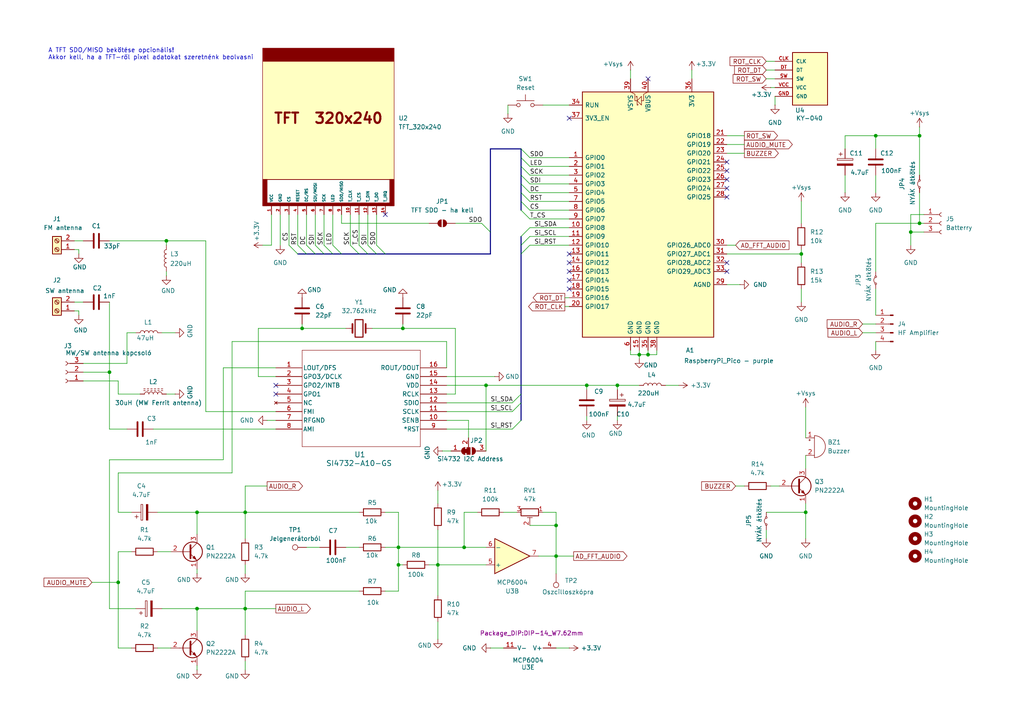
<source format=kicad_sch>
(kicad_sch (version 20250114) (generator "eeschema") (generator_version "9.0")
  (paper "A4")
  (title_block (title "Pico radio-9") (date "2025-08-04"))
  (text "A TFT SDO/MISO bekötése opcionális!\nAkkor kell, ha a TFT-ről pixel adatokat szeretnénk beolvasni" (at 13.97 15.748 0) (effects (font (size 1.27 1.27)) (justify left)))
  (junction (at 179.07 111.76))
  (junction (at 48.26 69.85))
  (junction (at 266.7 64.77))
  (junction (at 140.97 111.76))
  (junction (at 115.57 158.75))
  (junction (at 187.96 102.87))
  (junction (at 232.41 73.66))
  (junction (at 264.16 67.31))
  (junction (at 161.29 152.4))
  (junction (at 87.63 95.25))
  (junction (at 254 39.37))
  (junction (at 34.29 168.91))
  (junction (at 57.15 148.59))
  (junction (at 31.75 107.95))
  (junction (at 57.15 176.53))
  (junction (at 71.12 148.59))
  (junction (at 266.7 39.37))
  (junction (at 115.57 163.83))
  (junction (at 161.29 161.29))
  (junction (at 127 163.83))
  (junction (at 170.18 111.76))
  (junction (at 116.84 95.25))
  (junction (at 185.42 102.87))
  (junction (at 233.68 148.59))
  (junction (at 71.12 176.53))
  (junction (at 134.62 158.75))
  (no_connect (at 165.1 76.2))
  (no_connect (at 80.01 111.76))
  (no_connect (at 165.1 83.82))
  (no_connect (at 165.1 34.29))
  (no_connect (at 165.1 73.66))
  (no_connect (at 210.82 46.99))
  (no_connect (at 210.82 76.2))
  (no_connect (at 111.76 62.23))
  (no_connect (at 210.82 49.53))
  (no_connect (at 187.96 22.86))
  (no_connect (at 210.82 54.61))
  (no_connect (at 210.82 57.15))
  (no_connect (at 210.82 52.07))
  (no_connect (at 165.1 78.74))
  (no_connect (at 210.82 78.74))
  (no_connect (at 165.1 81.28))
  (no_connect (at 80.01 114.3))
  (bus_entry (at 148.59 116.84) (size 2.54 -2.54))
  (bus_entry (at 106.68 71.12) (size 2.54 2.54))
  (bus_entry (at 91.44 71.12) (size 2.54 2.54))
  (bus_entry (at 88.9 71.12) (size 2.54 2.54))
  (bus_entry (at 151.13 53.34) (size 2.54 2.54))
  (bus_entry (at 151.13 55.88) (size 2.54 2.54))
  (bus_entry (at 96.52 71.12) (size 2.54 2.54))
  (bus_entry (at 151.13 50.8) (size 2.54 2.54))
  (bus_entry (at 148.59 119.38) (size 2.54 -2.54))
  (bus_entry (at 109.22 71.12) (size 2.54 2.54))
  (bus_entry (at 151.13 73.66) (size 2.54 -2.54))
  (bus_entry (at 151.13 45.72) (size 2.54 2.54))
  (bus_entry (at 151.13 71.12) (size 2.54 -2.54))
  (bus_entry (at 151.13 58.42) (size 2.54 2.54))
  (bus_entry (at 151.13 68.58) (size 2.54 -2.54))
  (bus_entry (at 151.13 60.96) (size 2.54 2.54))
  (bus_entry (at 86.36 71.12) (size 2.54 2.54))
  (bus_entry (at 151.13 43.18) (size 2.54 2.54))
  (bus_entry (at 104.14 71.12) (size 2.54 2.54))
  (bus_entry (at 139.7 64.77) (size 2.54 2.54))
  (bus_entry (at 148.59 124.46) (size 2.54 -2.54))
  (bus_entry (at 101.6 71.12) (size 2.54 2.54))
  (bus_entry (at 151.13 48.26) (size 2.54 2.54))
  (bus_entry (at 83.82 71.12) (size 2.54 2.54))
  (bus_entry (at 93.98 71.12) (size 2.54 2.54))
  (wire (pts (xy 67.31 99.06) (xy 67.31 137.16)))
  (wire (pts (xy 222.25 17.78) (xy 224.79 17.78)))
  (wire (pts (xy 104.14 62.23) (xy 104.14 71.12)))
  (wire (pts (xy 124.46 163.83) (xy 127 163.83)))
  (wire (pts (xy 71.12 171.45) (xy 71.12 176.53)))
  (wire (pts (xy 77.47 121.92) (xy 80.01 121.92)))
  (wire (pts (xy 129.54 116.84) (xy 148.59 116.84)))
  (wire (pts (xy 48.26 69.85) (xy 59.69 69.85)))
  (wire (pts (xy 233.68 132.08) (xy 233.68 135.89)))
  (wire (pts (xy 179.07 121.92) (xy 179.07 120.65)))
  (wire (pts (xy 210.82 73.66) (xy 232.41 73.66)))
  (wire (pts (xy 22.86 91.44) (xy 22.86 90.17)))
  (bus (pts (xy 151.13 58.42) (xy 151.13 55.88)))
  (wire (pts (xy 71.12 163.83) (xy 71.12 166.37)))
  (bus (pts (xy 151.13 43.18) (xy 151.13 45.72)))
  (wire (pts (xy 71.12 176.53) (xy 57.15 176.53)))
  (wire (pts (xy 46.99 96.52) (xy 50.8 96.52)))
  (wire (pts (xy 222.25 20.32) (xy 224.79 20.32)))
  (bus (pts (xy 93.98 73.66) (xy 96.52 73.66)))
  (bus (pts (xy 151.13 71.12) (xy 151.13 73.66)))
  (wire (pts (xy 182.88 20.32) (xy 182.88 22.86)))
  (wire (pts (xy 116.84 93.98) (xy 116.84 95.25)))
  (wire (pts (xy 34.29 168.91) (xy 34.29 187.96)))
  (wire (pts (xy 232.41 72.39) (xy 232.41 73.66)))
  (bus (pts (xy 142.24 43.18) (xy 142.24 67.31)))
  (wire (pts (xy 185.42 101.6) (xy 185.42 102.87)))
  (wire (pts (xy 147.32 30.48) (xy 147.32 33.02)))
  (wire (pts (xy 71.12 176.53) (xy 80.01 176.53)))
  (wire (pts (xy 210.82 44.45) (xy 215.9 44.45)))
  (wire (pts (xy 254 39.37) (xy 254 43.18)))
  (wire (pts (xy 233.68 148.59) (xy 233.68 156.21)))
  (wire (pts (xy 99.06 64.77) (xy 99.06 62.23)))
  (wire (pts (xy 22.86 73.66) (xy 22.86 72.39)))
  (wire (pts (xy 115.57 163.83) (xy 116.84 163.83)))
  (wire (pts (xy 153.67 152.4) (xy 161.29 152.4)))
  (wire (pts (xy 170.18 121.92) (xy 170.18 120.65)))
  (wire (pts (xy 36.83 105.41) (xy 24.13 105.41)))
  (wire (pts (xy 31.75 176.53) (xy 39.37 176.53)))
  (wire (pts (xy 134.62 148.59) (xy 134.62 158.75)))
  (wire (pts (xy 266.7 55.88) (xy 266.7 64.77)))
  (wire (pts (xy 264.16 67.31) (xy 264.16 71.12)))
  (wire (pts (xy 190.5 102.87) (xy 190.5 101.6)))
  (wire (pts (xy 71.12 148.59) (xy 57.15 148.59)))
  (wire (pts (xy 46.99 176.53) (xy 57.15 176.53)))
  (wire (pts (xy 59.69 119.38) (xy 80.01 119.38)))
  (wire (pts (xy 187.96 102.87) (xy 185.42 102.87)))
  (wire (pts (xy 48.26 78.74) (xy 48.26 80.01)))
  (wire (pts (xy 153.67 55.88) (xy 165.1 55.88)))
  (wire (pts (xy 57.15 193.04) (xy 57.15 194.31)))
  (wire (pts (xy 245.11 55.88) (xy 245.11 50.8)))
  (wire (pts (xy 163.83 86.36) (xy 165.1 86.36)))
  (wire (pts (xy 128.27 130.81) (xy 130.81 130.81)))
  (wire (pts (xy 129.54 106.68) (xy 129.54 99.06)))
  (wire (pts (xy 224.79 27.94) (xy 224.79 30.48)))
  (wire (pts (xy 182.88 102.87) (xy 185.42 102.87)))
  (wire (pts (xy 74.93 95.25) (xy 74.93 109.22)))
  (wire (pts (xy 250.19 96.52) (xy 254 96.52)))
  (wire (pts (xy 115.57 148.59) (xy 115.57 158.75)))
  (wire (pts (xy 232.41 58.42) (xy 232.41 64.77)))
  (wire (pts (xy 233.68 118.11) (xy 233.68 127)))
  (bus (pts (xy 151.13 116.84) (xy 151.13 121.92)))
  (bus (pts (xy 151.13 68.58) (xy 151.13 71.12)))
  (wire (pts (xy 45.72 160.02) (xy 49.53 160.02)))
  (bus (pts (xy 91.44 73.66) (xy 93.98 73.66)))
  (wire (pts (xy 134.62 158.75) (xy 140.97 158.75)))
  (wire (pts (xy 91.44 62.23) (xy 91.44 71.12)))
  (wire (pts (xy 59.69 69.85) (xy 59.69 119.38)))
  (wire (pts (xy 64.77 133.35) (xy 31.75 133.35)))
  (wire (pts (xy 161.29 148.59) (xy 161.29 152.4)))
  (wire (pts (xy 71.12 140.97) (xy 71.12 148.59)))
  (bus (pts (xy 142.24 67.31) (xy 142.24 73.66)))
  (wire (pts (xy 163.83 88.9) (xy 165.1 88.9)))
  (wire (pts (xy 153.67 66.04) (xy 165.1 66.04)))
  (wire (pts (xy 36.83 96.52) (xy 36.83 105.41)))
  (wire (pts (xy 21.59 87.63) (xy 24.13 87.63)))
  (wire (pts (xy 193.04 111.76) (xy 196.85 111.76)))
  (wire (pts (xy 210.82 71.12) (xy 213.36 71.12)))
  (wire (pts (xy 185.42 102.87) (xy 185.42 104.14)))
  (wire (pts (xy 124.46 64.77) (xy 99.06 64.77)))
  (wire (pts (xy 115.57 158.75) (xy 115.57 163.83)))
  (wire (pts (xy 71.12 176.53) (xy 71.12 184.15)))
  (wire (pts (xy 187.96 101.6) (xy 187.96 102.87)))
  (wire (pts (xy 245.11 39.37) (xy 254 39.37)))
  (wire (pts (xy 48.26 69.85) (xy 48.26 71.12)))
  (wire (pts (xy 156.21 161.29) (xy 161.29 161.29)))
  (wire (pts (xy 78.74 62.23) (xy 78.74 71.12)))
  (wire (pts (xy 71.12 148.59) (xy 104.14 148.59)))
  (bus (pts (xy 99.06 73.66) (xy 104.14 73.66)))
  (wire (pts (xy 115.57 163.83) (xy 115.57 171.45)))
  (wire (pts (xy 57.15 148.59) (xy 57.15 154.94)))
  (wire (pts (xy 74.93 95.25) (xy 87.63 95.25)))
  (wire (pts (xy 135.89 121.92) (xy 135.89 127)))
  (wire (pts (xy 138.43 148.59) (xy 134.62 148.59)))
  (wire (pts (xy 153.67 45.72) (xy 165.1 45.72)))
  (wire (pts (xy 109.22 62.23) (xy 109.22 71.12)))
  (bus (pts (xy 151.13 53.34) (xy 151.13 50.8)))
  (bus (pts (xy 151.13 73.66) (xy 151.13 114.3)))
  (bus (pts (xy 104.14 73.66) (xy 106.68 73.66)))
  (wire (pts (xy 153.67 60.96) (xy 165.1 60.96)))
  (wire (pts (xy 116.84 95.25) (xy 132.08 95.25)))
  (wire (pts (xy 24.13 107.95) (xy 31.75 107.95)))
  (wire (pts (xy 127 163.83) (xy 140.97 163.83)))
  (wire (pts (xy 127 180.34) (xy 127 185.42)))
  (wire (pts (xy 57.15 165.1) (xy 57.15 166.37)))
  (wire (pts (xy 223.52 25.4) (xy 224.79 25.4)))
  (wire (pts (xy 153.67 71.12) (xy 165.1 71.12)))
  (wire (pts (xy 34.29 137.16) (xy 34.29 148.59)))
  (wire (pts (xy 210.82 41.91) (xy 215.9 41.91)))
  (wire (pts (xy 254 78.74) (xy 254 64.77)))
  (wire (pts (xy 254 55.88) (xy 254 50.8)))
  (wire (pts (xy 129.54 119.38) (xy 148.59 119.38)))
  (wire (pts (xy 34.29 160.02) (xy 34.29 168.91)))
  (wire (pts (xy 31.75 69.85) (xy 48.26 69.85)))
  (wire (pts (xy 34.29 148.59) (xy 38.1 148.59)))
  (wire (pts (xy 179.07 111.76) (xy 179.07 113.03)))
  (wire (pts (xy 264.16 62.23) (xy 267.97 62.23)))
  (wire (pts (xy 31.75 133.35) (xy 31.75 176.53)))
  (wire (pts (xy 161.29 152.4) (xy 161.29 161.29)))
  (wire (pts (xy 245.11 43.18) (xy 245.11 39.37)))
  (wire (pts (xy 96.52 62.23) (xy 96.52 71.12)))
  (wire (pts (xy 132.08 114.3) (xy 132.08 95.25)))
  (bus (pts (xy 151.13 60.96) (xy 151.13 58.42)))
  (wire (pts (xy 86.36 62.23) (xy 86.36 71.12)))
  (wire (pts (xy 210.82 39.37) (xy 215.9 39.37)))
  (wire (pts (xy 129.54 109.22) (xy 143.51 109.22)))
  (wire (pts (xy 71.12 148.59) (xy 71.12 156.21)))
  (wire (pts (xy 140.97 111.76) (xy 170.18 111.76)))
  (wire (pts (xy 200.66 20.32) (xy 200.66 22.86)))
  (wire (pts (xy 45.72 187.96) (xy 49.53 187.96)))
  (wire (pts (xy 266.7 64.77) (xy 267.97 64.77)))
  (wire (pts (xy 127 142.24) (xy 127 146.05)))
  (wire (pts (xy 127 163.83) (xy 127 172.72)))
  (wire (pts (xy 111.76 148.59) (xy 115.57 148.59)))
  (wire (pts (xy 223.52 140.97) (xy 226.06 140.97)))
  (bus (pts (xy 142.24 73.66) (xy 111.76 73.66)))
  (bus (pts (xy 151.13 45.72) (xy 151.13 48.26)))
  (wire (pts (xy 21.59 69.85) (xy 24.13 69.85)))
  (wire (pts (xy 127 153.67) (xy 127 163.83)))
  (wire (pts (xy 170.18 111.76) (xy 179.07 111.76)))
  (wire (pts (xy 165.1 187.96) (xy 161.29 187.96)))
  (wire (pts (xy 254 83.82) (xy 254 91.44)))
  (wire (pts (xy 266.7 39.37) (xy 266.7 50.8)))
  (bus (pts (xy 106.68 73.66) (xy 109.22 73.66)))
  (wire (pts (xy 64.77 106.68) (xy 80.01 106.68)))
  (wire (pts (xy 34.29 187.96) (xy 38.1 187.96)))
  (wire (pts (xy 111.76 158.75) (xy 115.57 158.75)))
  (wire (pts (xy 31.75 107.95) (xy 31.75 124.46)))
  (wire (pts (xy 87.63 93.98) (xy 87.63 95.25)))
  (wire (pts (xy 232.41 83.82) (xy 232.41 87.63)))
  (wire (pts (xy 45.72 148.59) (xy 57.15 148.59)))
  (wire (pts (xy 210.82 82.55) (xy 214.63 82.55)))
  (bus (pts (xy 86.36 73.66) (xy 88.9 73.66)))
  (wire (pts (xy 26.67 168.91) (xy 34.29 168.91)))
  (wire (pts (xy 222.25 22.86) (xy 224.79 22.86)))
  (wire (pts (xy 83.82 62.23) (xy 83.82 71.12)))
  (wire (pts (xy 101.6 62.23) (xy 101.6 71.12)))
  (wire (pts (xy 22.86 72.39) (xy 21.59 72.39)))
  (wire (pts (xy 153.67 53.34) (xy 165.1 53.34)))
  (wire (pts (xy 115.57 171.45) (xy 111.76 171.45)))
  (wire (pts (xy 129.54 124.46) (xy 148.59 124.46)))
  (wire (pts (xy 64.77 106.68) (xy 64.77 133.35)))
  (wire (pts (xy 222.25 148.59) (xy 233.68 148.59)))
  (bus (pts (xy 109.22 73.66) (xy 111.76 73.66)))
  (wire (pts (xy 71.12 140.97) (xy 77.47 140.97)))
  (wire (pts (xy 115.57 158.75) (xy 134.62 158.75)))
  (wire (pts (xy 153.67 63.5) (xy 165.1 63.5)))
  (wire (pts (xy 182.88 101.6) (xy 182.88 102.87)))
  (wire (pts (xy 100.33 158.75) (xy 104.14 158.75)))
  (wire (pts (xy 157.48 148.59) (xy 161.29 148.59)))
  (wire (pts (xy 129.54 111.76) (xy 140.97 111.76)))
  (wire (pts (xy 135.89 121.92) (xy 129.54 121.92)))
  (wire (pts (xy 36.83 96.52) (xy 39.37 96.52)))
  (wire (pts (xy 129.54 114.3) (xy 132.08 114.3)))
  (wire (pts (xy 161.29 161.29) (xy 161.29 166.37)))
  (wire (pts (xy 140.97 130.81) (xy 140.97 111.76)))
  (wire (pts (xy 179.07 111.76) (xy 185.42 111.76)))
  (wire (pts (xy 266.7 36.83) (xy 266.7 39.37)))
  (wire (pts (xy 250.19 93.98) (xy 254 93.98)))
  (wire (pts (xy 264.16 62.23) (xy 264.16 67.31)))
  (wire (pts (xy 48.26 114.3) (xy 50.8 114.3)))
  (bus (pts (xy 96.52 73.66) (xy 99.06 73.66)))
  (wire (pts (xy 57.15 176.53) (xy 57.15 182.88)))
  (wire (pts (xy 153.67 68.58) (xy 165.1 68.58)))
  (wire (pts (xy 31.75 124.46) (xy 36.83 124.46)))
  (wire (pts (xy 71.12 171.45) (xy 104.14 171.45)))
  (wire (pts (xy 93.98 62.23) (xy 93.98 71.12)))
  (wire (pts (xy 88.9 158.75) (xy 92.71 158.75)))
  (bus (pts (xy 151.13 114.3) (xy 151.13 116.84)))
  (wire (pts (xy 67.31 137.16) (xy 34.29 137.16)))
  (wire (pts (xy 88.9 62.23) (xy 88.9 71.12)))
  (wire (pts (xy 22.86 90.17) (xy 21.59 90.17)))
  (wire (pts (xy 87.63 95.25) (xy 100.33 95.25)))
  (wire (pts (xy 161.29 161.29) (xy 166.37 161.29)))
  (wire (pts (xy 31.75 87.63) (xy 31.75 107.95)))
  (bus (pts (xy 151.13 50.8) (xy 151.13 48.26)))
  (wire (pts (xy 146.05 187.96) (xy 142.24 187.96)))
  (wire (pts (xy 132.08 64.77) (xy 139.7 64.77)))
  (wire (pts (xy 233.68 146.05) (xy 233.68 148.59)))
  (wire (pts (xy 146.05 148.59) (xy 149.86 148.59)))
  (wire (pts (xy 67.31 99.06) (xy 129.54 99.06)))
  (wire (pts (xy 44.45 124.46) (xy 80.01 124.46)))
  (wire (pts (xy 34.29 114.3) (xy 40.64 114.3)))
  (wire (pts (xy 187.96 102.87) (xy 190.5 102.87)))
  (wire (pts (xy 170.18 111.76) (xy 170.18 113.03)))
  (wire (pts (xy 153.67 48.26) (xy 165.1 48.26)))
  (wire (pts (xy 213.36 140.97) (xy 215.9 140.97)))
  (wire (pts (xy 38.1 160.02) (xy 34.29 160.02)))
  (wire (pts (xy 254 99.06) (xy 254 101.6)))
  (wire (pts (xy 264.16 67.31) (xy 267.97 67.31)))
  (wire (pts (xy 107.95 95.25) (xy 116.84 95.25)))
  (wire (pts (xy 153.67 50.8) (xy 165.1 50.8)))
  (wire (pts (xy 157.48 30.48) (xy 165.1 30.48)))
  (wire (pts (xy 76.2 71.12) (xy 78.74 71.12)))
  (wire (pts (xy 81.28 62.23) (xy 81.28 71.12)))
  (wire (pts (xy 222.25 153.67) (xy 222.25 156.21)))
  (wire (pts (xy 153.67 58.42) (xy 165.1 58.42)))
  (wire (pts (xy 232.41 73.66) (xy 232.41 76.2)))
  (bus (pts (xy 151.13 55.88) (xy 151.13 53.34)))
  (bus (pts (xy 142.24 43.18) (xy 151.13 43.18)))
  (wire (pts (xy 254 39.37) (xy 266.7 39.37)))
  (wire (pts (xy 24.13 110.49) (xy 34.29 110.49)))
  (wire (pts (xy 71.12 191.77) (xy 71.12 194.31)))
  (wire (pts (xy 106.68 62.23) (xy 106.68 71.12)))
  (wire (pts (xy 254 64.77) (xy 266.7 64.77)))
  (wire (pts (xy 34.29 110.49) (xy 34.29 114.3)))
  (wire (pts (xy 74.93 109.22) (xy 80.01 109.22)))
  (bus (pts (xy 88.9 73.66) (xy 91.44 73.66)))
  (label "SDI" (at 153.67 53.34 0))
  (label "LED" (at 153.67 48.26 0))
  (label "SDI" (at 106.68 71.12 90))
  (label "Si_RST" (at 154.94 71.12 0))
  (label "Si_SCL" (at 154.94 68.58 0))
  (label "DC" (at 153.67 55.88 0))
  (label "SDI" (at 91.44 71.12 90))
  (label "RST" (at 86.36 71.12 90))
  (label "CS" (at 83.82 67.31 270))
  (label "LED" (at 96.52 71.12 90))
  (label "Si_SDA" (at 154.94 66.04 0))
  (label "Si_RST" (at 142.24 124.46 0))
  (label "SDO" (at 109.22 71.12 90))
  (label "RST" (at 153.67 58.42 0))
  (label "T_CS" (at 153.67 63.5 0))
  (label "SCK" (at 93.98 71.12 90))
  (label "Si_SDA" (at 142.24 116.84 0))
  (label "Si_SCL" (at 142.24 119.38 0))
  (label "T_CS" (at 104.14 71.12 90))
  (label "CS" (at 153.67 60.96 0))
  (label "DC" (at 88.9 71.12 90))
  (label "SCK" (at 153.67 50.8 0))
  (label "SDO" (at 135.89 64.77 0))
  (label "SCK" (at 101.6 71.12 90))
  (label "SDO" (at 153.67 45.72 0))
  (global_label "AUDIO_R" (shape input) (at 250.19 93.98 180) (property "Intersheetrefs" "${INTERSHEET_REFS}" (effects (hide yes))))
  (global_label "ROT_SW" (shape output) (at 215.9 39.37 0) (property "Intersheetrefs" "${INTERSHEET_REFS}" (effects (hide yes))))
  (global_label "BUZZER" (shape output) (at 215.9 44.45 0) (property "Intersheetrefs" "${INTERSHEET_REFS}" (effects (hide yes))))
  (global_label "AD_FFT_AUDIO" (shape input) (at 213.36 71.12 0) (property "Intersheetrefs" "${INTERSHEET_REFS}" (effects (hide yes))))
  (global_label "AUDIO_MUTE" (shape output) (at 215.9 41.91 0) (property "Intersheetrefs" "${INTERSHEET_REFS}" (effects (hide yes))))
  (global_label "AUDIO_R" (shape output) (at 77.47 140.97 0) (property "Intersheetrefs" "${INTERSHEET_REFS}" (effects (hide yes))))
  (global_label "AUDIO_L" (shape output) (at 80.01 176.53 0) (property "Intersheetrefs" "${INTERSHEET_REFS}" (effects (hide yes))))
  (global_label "AUDIO_L" (shape input) (at 250.19 96.52 180) (property "Intersheetrefs" "${INTERSHEET_REFS}" (effects (hide yes))))
  (global_label "ROT_CLK" (shape output) (at 163.83 88.9 180) (property "Intersheetrefs" "${INTERSHEET_REFS}" (effects (hide yes))))
  (global_label "ROT_CLK" (shape input) (at 222.25 17.78 180) (property "Intersheetrefs" "${INTERSHEET_REFS}" (effects (hide yes))))
  (global_label "BUZZER" (shape input) (at 213.36 140.97 180) (property "Intersheetrefs" "${INTERSHEET_REFS}" (effects (hide yes))))
  (global_label "AD_FFT_AUDIO" (shape output) (at 166.37 161.29 0) (property "Intersheetrefs" "${INTERSHEET_REFS}" (effects (hide yes))))
  (global_label "AUDIO_MUTE" (shape input) (at 26.67 168.91 180) (property "Intersheetrefs" "${INTERSHEET_REFS}" (effects (hide yes))))
  (global_label "ROT_DT" (shape output) (at 163.83 86.36 180) (property "Intersheetrefs" "${INTERSHEET_REFS}" (effects (hide yes))))
  (global_label "ROT_SW" (shape input) (at 222.25 22.86 180) (property "Intersheetrefs" "${INTERSHEET_REFS}" (effects (hide yes))))
  (global_label "ROT_DT" (shape input) (at 222.25 20.32 180) (property "Intersheetrefs" "${INTERSHEET_REFS}" (effects (hide yes))))
  (symbol (lib_id "Device:R") (at 142.24 148.59 270) (unit 1)
    (property "Reference" "R11" (at 142.24 142.24 90))
    (property "Value" "100k" (at 142.24 144.78 90))
    (property "Footprint" "Resistor_THT:R_Axial_DIN0207_L6.3mm_D2.5mm_P10.16mm_Horizontal" (effects (hide yes)))
    (property "Description" "Resistor" (effects (hide yes)))
  )
  (symbol (lib_id "Transistor_BJT:PN2222A") (at 54.61 160.02 0) (unit 1)
    (property "Reference" "Q1" (at 59.69 158.7499 0) (effects (justify left)))
    (property "Value" "PN2222A" (at 59.69 161.2899 0) (effects (justify left)))
    (property "Footprint" "Package_TO_SOT_THT:TO-92_Inline_Wide" (effects (hide yes)))
    (property "Datasheet" "https://www.onsemi.com/pub/Collateral/PN2222-D.PDF" (effects (hide yes)))
    (property "Description" "1A Ic, 40V Vce, NPN Transistor, General Purpose Transistor, TO-92" (effects (hide yes)))
  )
  (symbol (lib_id "power:+3.3V") (at 76.2 71.12 90) (unit 1)
    (property "Reference" "#PWR010" (effects (hide yes)))
    (property "Value" "+3.3V" (at 74.422 67.056 0))
    (property "Description" "Power symbol creates a global label with name \"+3.3V\"" (effects (hide yes)))
  )
  (symbol (lib_id "power:GND") (at 179.07 121.92 0) (unit 1)
    (property "Reference" "#PWR021" (effects (hide yes)))
    (property "Value" "GND" (at 178.562 125.73 0))
    (property "Description" "Power symbol creates a global label with name \"GND\" , ground" (effects (hide yes)))
  )
  (symbol (lib_id "power:+3.3V") (at 200.66 20.32 0) (unit 1)
    (property "Reference" "#PWR027" (effects (hide yes)))
    (property "Value" "+3.3V" (at 204.724 18.542 0))
    (property "Description" "Power symbol creates a global label with name \"+3.3V\"" (effects (hide yes)))
  )
  (symbol (lib_id "Device:R") (at 120.65 163.83 270) (unit 1)
    (property "Reference" "R8" (at 120.65 161.036 90))
    (property "Value" "100k" (at 120.65 166.624 90))
    (property "Footprint" "Resistor_THT:R_Axial_DIN0207_L6.3mm_D2.5mm_P10.16mm_Horizontal" (effects (hide yes)))
    (property "Description" "Resistor" (effects (hide yes)))
  )
  (symbol (lib_id "power:+BATT") (at 182.88 20.32 0) (unit 1)
    (property "Reference" "#PWR022" (effects (hide yes)))
    (property "Value" "+Vsys" (at 177.8 18.542 0))
    (property "Description" "Power symbol creates a global label with name \"+BATT\"" (effects (hide yes)))
  )
  (symbol (lib_id "power:GND") (at 245.11 55.88 0) (unit 1)
    (property "Reference" "#PWR034" (effects (hide yes)))
    (property "Value" "GND" (at 245.11 60.96 0))
    (property "Description" "Power symbol creates a global label with name \"GND\" , ground" (effects (hide yes)))
  )
  (symbol (lib_id "Connector:Conn_01x03_Socket") (at 19.05 107.95 180) (unit 1)
    (property "Reference" "J3" (at 19.685 100.33 0))
    (property "Value" "MW/SW antenna kapcsoló" (at 31.496 102.362 0))
    (property "Footprint" "Connector_PinHeader_2.54mm:PinHeader_1x03_P2.54mm_Vertical" (effects (hide yes)))
    (property "Description" "Generic connector, single row, 01x03, script generated" (effects (hide yes)))
  )
  (symbol (lib_id "Connector:TestPoint") (at 161.29 166.37 180) (unit 1)
    (property "Reference" "TP2" (at 163.83 168.4019 0) (effects (justify right)))
    (property "Value" "Oszcilloszkópra" (at 157.226 171.704 0) (effects (justify right)))
    (property "Footprint" "TestPoint:TestPoint_Loop_D2.50mm_Drill1.0mm" (effects (hide yes)))
    (property "Description" "test point" (effects (hide yes)))
  )
  (symbol (lib_id "Mechanical:MountingHole") (at 265.43 156.21 0) (unit 1) (in_bom no)
    (property "Reference" "H3" (at 267.97 154.9399 0) (effects (justify left)))
    (property "Value" "MountingHole" (at 267.97 157.4799 0) (effects (justify left)))
    (property "Footprint" "MountingHole:MountingHole_3.2mm_M3" (effects (hide yes)))
    (property "Description" "Mounting Hole without connection" (effects (hide yes)))
  )
  (symbol (lib_id "power:+3.3V") (at 127 142.24 0) (unit 1)
    (property "Reference" "#PWR015" (effects (hide yes)))
    (property "Value" "+3.3V" (at 131.064 140.462 0))
    (property "Description" "Power symbol creates a global label with name \"+3.3V\"" (effects (hide yes)))
  )
  (symbol (lib_id "Device:L_Ferrite") (at 44.45 114.3 90) (unit 1)
    (property "Reference" "L2" (at 44.45 110.744 90))
    (property "Value" "30uH (MW Ferrit antenna)" (at 45.974 116.84 90))
    (property "Footprint" "Connector_PinHeader_2.54mm:PinHeader_1x02_P2.54mm_Vertical" (effects (hide yes)))
    (property "Description" "Inductor with ferrite core" (effects (hide yes)))
  )
  (symbol (lib_id "power:GND") (at 81.28 71.12 0) (unit 1)
    (property "Reference" "#PWR012" (effects (hide yes)))
    (property "Value" "GND" (at 81.28 76.2 0))
    (property "Description" "Power symbol creates a global label with name \"GND\" , ground" (effects (hide yes)))
  )
  (symbol (lib_id "Mechanical:MountingHole") (at 265.43 151.13 0) (unit 1) (in_bom no)
    (property "Reference" "H2" (at 267.97 149.8599 0) (effects (justify left)))
    (property "Value" "MountingHole" (at 267.97 152.3999 0) (effects (justify left)))
    (property "Footprint" "MountingHole:MountingHole_3.2mm_M3" (effects (hide yes)))
    (property "Description" "Mounting Hole without connection" (effects (hide yes)))
  )
  (symbol (lib_id "Connector:Screw_Terminal_01x02") (at 16.51 90.17 180) (unit 1)
    (property "Reference" "J2" (at 16.51 81.28 0))
    (property "Value" "SW antenna" (at 18.796 84.328 0))
    (property "Footprint" "TerminalBlock_4Ucon:TerminalBlock_4Ucon_1x02_P3.50mm_Horizontal" (effects (hide yes)))
    (property "Description" "Generic screw terminal, single row, 01x02, script generated (kicad-library-utils/schlib/autogen/connector/)" (effects (hide yes)))
  )
  (symbol (lib_id "Device:C") (at 87.63 90.17 180) (unit 1)
    (property "Reference" "C6" (at 91.44 88.8999 0) (effects (justify right)))
    (property "Value" "22pF" (at 91.44 91.4399 0) (effects (justify right)))
    (property "Footprint" "Capacitor_THT:C_Disc_D3.0mm_W1.6mm_P2.50mm" (effects (hide yes)))
    (property "Description" "Unpolarized capacitor" (effects (hide yes)))
  )
  (symbol (lib_id "Switch:SW_Omron_B3FS") (at 152.4 30.48 0) (unit 1)
    (property "Reference" "SW1" (at 152.4 22.86 0))
    (property "Value" "Reset" (at 152.4 25.4 0))
    (property "Footprint" "Connector_PinHeader_2.54mm:PinHeader_1x02_P2.54mm_Vertical" (effects (hide yes)))
    (property "Datasheet" "https://omronfs.omron.com/en_US/ecb/products/pdf/en-b3fs.pdf" (effects (hide yes)))
    (property "Description" "Omron B3FS 6x6mm single pole normally-open tactile switch" (effects (hide yes)))
  )
  (symbol (lib_id "Device:R") (at 71.12 187.96 180) (unit 1)
    (property "Reference" "R4" (at 73.66 186.6899 0) (effects (justify right)))
    (property "Value" "4.7k" (at 73.66 189.2299 0) (effects (justify right)))
    (property "Footprint" "Resistor_THT:R_Axial_DIN0207_L6.3mm_D2.5mm_P10.16mm_Horizontal" (effects (hide yes)))
    (property "Description" "Resistor" (effects (hide yes)))
  )
  (symbol (lib_id "Amplifier_Operational:MCP6004") (at 148.59 161.29 0) (mirror x) (unit 2)
    (property "Reference" "U3" (at 148.59 171.45 0))
    (property "Value" "MCP6004" (at 148.59 168.91 0))
    (property "Footprint" "Package_DIP:DIP-14_W7.62mm" (effects (hide yes)))
    (property "Datasheet" "http://ww1.microchip.com/downloads/en/DeviceDoc/21733j.pdf" (effects (hide yes)))
    (property "Description" "1MHz, Low-Power Op Amp, DIP-14/SOIC-14/TSSOP-14" (effects (hide yes)))
  )
  (symbol (lib_id "Device:C") (at 254 46.99 0) (unit 1)
    (property "Reference" "C12" (at 255.27 44.45 0) (effects (justify left)))
    (property "Value" "100nF" (at 255.524 49.53 0) (effects (justify left)))
    (property "Footprint" "Capacitor_THT:C_Disc_D7.0mm_W2.5mm_P5.00mm" (effects (hide yes)))
    (property "Description" "Unpolarized capacitor" (effects (hide yes)))
  )
  (symbol (lib_id "Amplifier_Operational:MCP6004") (at 153.67 185.42 270) (mirror x) (unit 5)
    (property "Reference" "U3" (at 153.162 193.548 90))
    (property "Value" "MCP6004" (at 153.162 191.516 90))
    (property "Footprint" "Package_DIP:DIP-14_W7.62mm" (at 154.178 183.642 90))
    (property "Datasheet" "http://ww1.microchip.com/downloads/en/DeviceDoc/21733j.pdf" (effects (hide yes)))
    (property "Description" "1MHz, Low-Power Op Amp, DIP-14/SOIC-14/TSSOP-14" (effects (hide yes)))
  )
  (symbol (lib_id "power:GND") (at 57.15 166.37 0) (unit 1)
    (property "Reference" "#PWR06" (effects (hide yes)))
    (property "Value" "GND" (at 53.34 168.148 0))
    (property "Description" "Power symbol creates a global label with name \"GND\" , ground" (effects (hide yes)))
  )
  (symbol (lib_id "Device:R") (at 127 176.53 180) (unit 1)
    (property "Reference" "R10" (at 129.54 175.2599 0) (effects (justify right)))
    (property "Value" "47k" (at 129.54 177.7999 0) (effects (justify right)))
    (property "Footprint" "Resistor_THT:R_Axial_DIN0207_L6.3mm_D2.5mm_P10.16mm_Horizontal" (effects (hide yes)))
    (property "Description" "Resistor" (effects (hide yes)))
  )
  (symbol (lib_id "power:GND") (at 22.86 91.44 0) (unit 1)
    (property "Reference" "#PWR02" (effects (hide yes)))
    (property "Value" "GND" (at 23.368 95.758 0))
    (property "Description" "Power symbol creates a global label with name \"GND\" , ground" (effects (hide yes)))
  )
  (symbol (lib_id "Device:R") (at 219.71 140.97 90) (unit 1)
    (property "Reference" "R14" (at 219.71 134.62 90))
    (property "Value" "4.7k" (at 219.71 137.16 90))
    (property "Footprint" "Resistor_THT:R_Axial_DIN0207_L6.3mm_D2.5mm_P10.16mm_Horizontal" (effects (hide yes)))
    (property "Description" "Resistor" (effects (hide yes)))
  )
  (symbol (lib_id "power:GND") (at 214.63 82.55 90) (unit 1)
    (property "Reference" "#PWR028" (effects (hide yes)))
    (property "Value" "GND" (at 218.44 82.5499 90) (effects (justify right)))
    (property "Description" "Power symbol creates a global label with name \"GND\" , ground" (effects (hide yes)))
  )
  (symbol (lib_id "power:GND") (at 22.86 73.66 0) (unit 1)
    (property "Reference" "#PWR01" (effects (hide yes)))
    (property "Value" "GND" (at 23.114 77.47 0))
    (property "Description" "Power symbol creates a global label with name \"GND\" , ground" (effects (hide yes)))
  )
  (symbol (lib_id "power:GND") (at 116.84 86.36 180) (unit 1)
    (property "Reference" "#PWR014" (effects (hide yes)))
    (property "Value" "GND" (at 113.03 84.074 0))
    (property "Description" "Power symbol creates a global label with name \"GND\" , ground" (effects (hide yes)))
  )
  (symbol (lib_id "Device:R") (at 41.91 187.96 90) (unit 1)
    (property "Reference" "R2" (at 41.91 181.61 90))
    (property "Value" "4.7k" (at 41.91 184.15 90))
    (property "Footprint" "Resistor_THT:R_Axial_DIN0207_L6.3mm_D2.5mm_P10.16mm_Horizontal" (effects (hide yes)))
    (property "Description" "Resistor" (effects (hide yes)))
  )
  (symbol (lib_id "power:GND") (at 264.16 71.12 0) (unit 1)
    (property "Reference" "#PWR041" (effects (hide yes)))
    (property "Value" "GND" (at 264.16 76.2 0))
    (property "Description" "Power symbol creates a global label with name \"GND\" , ground" (effects (hide yes)))
  )
  (symbol (lib_id "Jumper:SolderJumper_2_Open") (at 128.27 64.77 0) (unit 1) (in_bom no)
    (property "Reference" "JP1" (at 128.27 58.42 0))
    (property "Value" "TFT SDO - ha kell" (at 128.27 60.96 0))
    (property "Footprint" "Jumper:SolderJumper-2_P1.3mm_Open_RoundedPad1.0x1.5mm" (effects (hide yes)))
    (property "Description" "Solder Jumper, 2-pole, open" (effects (hide yes)))
  )
  (symbol (lib_id "Device:Buzzer") (at 236.22 129.54 0) (unit 1)
    (property "Reference" "BZ1" (at 240.03 128.2699 0) (effects (justify left)))
    (property "Value" "Buzzer" (at 240.03 130.8099 0) (effects (justify left)))
    (property "Footprint" "Buzzer_Beeper:Buzzer_12x9.5RM7.6" (effects (hide yes)))
    (property "Description" "Buzzer, polarized" (effects (hide yes)))
  )
  (symbol (lib_id "Device:L") (at 189.23 111.76 90) (unit 1)
    (property "Reference" "L4" (at 190.246 108.712 90) (effects (justify left)))
    (property "Value" "220uH" (at 191.262 114.046 90) (effects (justify left)))
    (property "Footprint" "Resistor_THT:R_Axial_DIN0207_L6.3mm_D2.5mm_P10.16mm_Horizontal" (effects (hide yes)))
    (property "Description" "Inductor" (effects (hide yes)))
  )
  (symbol (lib_id "power:+BATT") (at 232.41 58.42 0) (unit 1)
    (property "Reference" "#PWR032" (effects (hide yes)))
    (property "Value" "+Vsys" (at 232.41 54.356 0))
    (property "Description" "Power symbol creates a global label with name \"+BATT\"" (effects (hide yes)))
  )
  (symbol (lib_id "Connector:Conn_01x03_Socket") (at 273.05 64.77 0) (unit 1)
    (property "Reference" "J5" (at 274.32 63.4999 0) (effects (justify left)))
    (property "Value" "Batterry" (at 274.32 66.0399 0) (effects (justify left)))
    (property "Footprint" "Connector_PinHeader_2.54mm:PinHeader_1x03_P2.54mm_Vertical" (effects (hide yes)))
    (property "Description" "Generic connector, single row, 01x03, script generated" (effects (hide yes)))
  )
  (symbol (lib_id "power:GND") (at 147.32 33.02 0) (unit 1)
    (property "Reference" "#PWR019" (effects (hide yes)))
    (property "Value" "GND" (at 147.32 38.1 0))
    (property "Description" "Power symbol creates a global label with name \"GND\" , ground" (effects (hide yes)))
  )
  (symbol (lib_id "Device:C_Polarized") (at 41.91 148.59 90) (unit 1)
    (property "Reference" "C4" (at 41.021 140.97 90))
    (property "Value" "4.7uF" (at 41.021 143.51 90))
    (property "Footprint" "Capacitor_THT:CP_Radial_D5.0mm_P2.50mm" (effects (hide yes)))
    (property "Description" "Polarized capacitor" (effects (hide yes)))
  )
  (symbol (lib_id "Device:R") (at 232.41 68.58 0) (unit 1)
    (property "Reference" "R12" (at 234.95 67.3099 0) (effects (justify left)))
    (property "Value" "10k" (at 234.95 69.8499 0) (effects (justify left)))
    (property "Footprint" "Resistor_THT:R_Axial_DIN0207_L6.3mm_D2.5mm_P10.16mm_Horizontal" (effects (hide yes)))
    (property "Description" "Resistor" (effects (hide yes)))
  )
  (symbol (lib_id "power:GND") (at 170.18 121.92 0) (unit 1)
    (property "Reference" "#PWR020" (effects (hide yes)))
    (property "Value" "GND" (at 170.688 126.238 0))
    (property "Description" "Power symbol creates a global label with name \"GND\" , ground" (effects (hide yes)))
  )
  (symbol (lib_id "Connector:Screw_Terminal_01x02") (at 16.51 72.39 180) (unit 1)
    (property "Reference" "J1" (at 16.51 63.5 0))
    (property "Value" "FM antenna" (at 18.288 66.04 0))
    (property "Footprint" "TerminalBlock_4Ucon:TerminalBlock_4Ucon_1x02_P3.50mm_Horizontal" (effects (hide yes)))
    (property "Description" "Generic screw terminal, single row, 01x02, script generated (kicad-library-utils/schlib/autogen/connector/)" (effects (hide yes)))
  )
  (symbol (lib_id "Device:R") (at 232.41 80.01 0) (unit 1)
    (property "Reference" "R13" (at 234.95 78.7399 0) (effects (justify left)))
    (property "Value" "15k" (at 234.95 81.2799 0) (effects (justify left)))
    (property "Footprint" "Resistor_THT:R_Axial_DIN0207_L6.3mm_D2.5mm_P10.16mm_Horizontal" (effects (hide yes)))
    (property "Description" "Resistor" (effects (hide yes)))
  )
  (symbol (lib_id "power:GND") (at 143.51 109.22 90) (unit 1)
    (property "Reference" "#PWR018" (effects (hide yes)))
    (property "Value" "GND" (at 146.558 109.22 90) (effects (justify right)))
    (property "Description" "Power symbol creates a global label with name \"GND\" , ground" (effects (hide yes)))
  )
  (symbol (lib_id "Transistor_BJT:PN2222A") (at 54.61 187.96 0) (unit 1)
    (property "Reference" "Q2" (at 59.69 186.6899 0) (effects (justify left)))
    (property "Value" "PN2222A" (at 59.69 189.2299 0) (effects (justify left)))
    (property "Footprint" "Package_TO_SOT_THT:TO-92_Inline_Wide" (effects (hide yes)))
    (property "Datasheet" "https://www.onsemi.com/pub/Collateral/PN2222-D.PDF" (effects (hide yes)))
    (property "Description" "1A Ic, 40V Vce, NPN Transistor, General Purpose Transistor, TO-92" (effects (hide yes)))
  )
  (symbol (lib_id "power:GND") (at 254 55.88 0) (unit 1)
    (property "Reference" "#PWR039" (effects (hide yes)))
    (property "Value" "GND" (at 254 60.96 0))
    (property "Description" "Power symbol creates a global label with name \"GND\" , ground" (effects (hide yes)))
  )
  (symbol (lib_id "MCU_Module:RaspberryPi_Pico") (at 187.96 60.96 0) (unit 1)
    (property "Reference" "A1" (at 198.882 101.6 0) (effects (justify left)))
    (property "Value" "RaspberryPi_Pico - purple" (at 198.374 104.648 0) (effects (justify left)))
    (property "Footprint" "Module:RaspberryPi_Pico_Common_THT-simple" (effects (hide yes)))
    (property "Datasheet" "https://datasheets.raspberrypi.com/pico/pico-datasheet.pdf" (effects (hide yes)))
    (property "Description" "Versatile and inexpensive microcontroller module powered by RP2040 dual-core Arm Cortex-M0+ processor up to 133 MHz, 264kB SRAM, 2MB QSPI flash; also supports Raspberry Pi Pico 2" (effects (hide yes)))
  )
  (symbol (lib_id "power:GND") (at 127 185.42 0) (unit 1)
    (property "Reference" "#PWR016" (effects (hide yes)))
    (property "Value" "GND" (at 123.19 187.198 0))
    (property "Description" "Power symbol creates a global label with name \"GND\" , ground" (effects (hide yes)))
  )
  (symbol (lib_id "power:+3.3V") (at 165.1 187.96 270) (unit 1)
    (property "Reference" "#PWR029" (effects (hide yes)))
    (property "Value" "+3.3V" (at 171.45 187.96 90))
    (property "Description" "Power symbol creates a global label with name \"+3.3V\"" (effects (hide yes)))
  )
  (symbol (lib_id "Device:C_Polarized") (at 43.18 176.53 90) (unit 1)
    (property "Reference" "C5" (at 42.291 168.91 90))
    (property "Value" "4.7uF" (at 42.291 171.45 90))
    (property "Footprint" "Capacitor_THT:CP_Radial_D5.0mm_P2.50mm" (effects (hide yes)))
    (property "Description" "Polarized capacitor" (effects (hide yes)))
  )
  (symbol (lib_id "Device:C") (at 40.64 124.46 270) (unit 1)
    (property "Reference" "C3" (at 43.942 121.412 90))
    (property "Value" "1nF" (at 43.942 128.27 90))
    (property "Footprint" "Capacitor_THT:C_Disc_D3.0mm_W1.6mm_P2.50mm" (effects (hide yes)))
    (property "Description" "Unpolarized capacitor" (effects (hide yes)))
  )
  (symbol (lib_id "power:GND") (at 185.42 104.14 0) (unit 1)
    (property "Reference" "#PWR023" (effects (hide yes)))
    (property "Value" "GND" (at 188.722 105.918 0))
    (property "Description" "Power symbol creates a global label with name \"GND\" , ground" (effects (hide yes)))
  )
  (symbol (lib_id "Device:C_Polarized") (at 179.07 116.84 0) (mirror y) (unit 1)
    (property "Reference" "C10" (at 182.626 120.142 0) (effects (justify left)))
    (property "Value" "4.7uF" (at 187.452 117.348 0) (effects (justify left)))
    (property "Footprint" "Capacitor_THT:CP_Radial_D5.0mm_P2.50mm" (effects (hide yes)))
    (property "Description" "Polarized capacitor" (effects (hide yes)))
  )
  (symbol (lib_id "Device:C") (at 116.84 90.17 0) (unit 1)
    (property "Reference" "C8" (at 120.65 88.8999 0) (effects (justify left)))
    (property "Value" "22pF" (at 120.65 91.4399 0) (effects (justify left)))
    (property "Footprint" "Capacitor_THT:C_Disc_D3.0mm_W1.6mm_P2.50mm" (effects (hide yes)))
    (property "Description" "Unpolarized capacitor" (effects (hide yes)))
  )
  (symbol (lib_id "Device:C_Polarized") (at 245.11 46.99 0) (unit 1)
    (property "Reference" "C11" (at 246.38 44.45 0) (effects (justify left)))
    (property "Value" "4.7uF" (at 246.634 50.038 0) (effects (justify left)))
    (property "Footprint" "Capacitor_THT:CP_Radial_D5.0mm_P2.50mm" (effects (hide yes)))
    (property "Description" "Polarized capacitor" (effects (hide yes)))
  )
  (symbol (lib_id "Mechanical:MountingHole") (at 265.43 161.29 0) (unit 1) (in_bom no)
    (property "Reference" "H4" (at 267.97 160.0199 0) (effects (justify left)))
    (property "Value" "MountingHole" (at 267.97 162.5599 0) (effects (justify left)))
    (property "Footprint" "MountingHole:MountingHole_3.2mm_M3" (effects (hide yes)))
    (property "Description" "Mounting Hole without connection" (effects (hide yes)))
  )
  (symbol (lib_id "power:GND") (at 142.24 187.96 270) (unit 1)
    (property "Reference" "#PWR026" (effects (hide yes)))
    (property "Value" "GND" (at 136.144 187.96 90))
    (property "Description" "Power symbol creates a global label with name \"GND\" , ground" (effects (hide yes)))
  )
  (symbol (lib_id "power:GND") (at 222.25 156.21 0) (unit 1)
    (property "Reference" "#PWR037" (effects (hide yes)))
    (property "Value" "GND" (at 222.25 161.29 0))
    (property "Description" "Power symbol creates a global label with name \"GND\" , ground" (effects (hide yes)))
  )
  (symbol (lib_id "Device:KY-040") (at 234.95 22.86 0) (unit 1)
    (property "Reference" "U4" (at 230.632 32.004 0) (effects (justify left)))
    (property "Value" "KY-040" (at 230.886 34.29 0) (effects (justify left)))
    (property "Footprint" "Rotary_Encoder:KY-040-PORT" (effects (hide yes)))
    (property "MF" "Joy-IT" (effects (hide yes)))
    (property "Description_1" "KY-5.0-4P Green(RAL6018/T) ; CONTACT WITH TIN PLATED MARK" (effects (hide yes)))
    (property "Package" "Package" (effects (hide yes)))
    (property "Price" "None" (effects (hide yes)))
    (property "SnapEDA_Link" "https://www.snapeda.com/parts/KY-040/Joy-IT/view-part/?ref=snap" (effects (hide yes)))
    (property "MP" "KY-040" (effects (hide yes)))
    (property "Availability" "Not in stock" (effects (hide yes)))
    (property "Check_prices" "https://www.snapeda.com/parts/KY-040/Joy-IT/view-part/?ref=eda" (effects (hide yes)))
  )
  (symbol (lib_id "Device:Crystal") (at 104.14 95.25 0) (mirror y) (unit 1)
    (property "Reference" "Y1" (at 104.14 87.63 0))
    (property "Value" "32.762kHz" (at 104.14 90.17 0))
    (property "Footprint" "Crystal:Crystal_C38-LF_D3.0mm_L8.0mm_Horizontal" (effects (hide yes)))
    (property "Description" "Two pin crystal" (effects (hide yes)))
  )
  (symbol (lib_id "power:GND") (at 50.8 114.3 90) (unit 1)
    (property "Reference" "#PWR04" (effects (hide yes)))
    (property "Value" "GND" (at 55.118 113.792 0))
    (property "Description" "Power symbol creates a global label with name \"GND\" , ground" (effects (hide yes)))
  )
  (symbol (lib_id "Device:L") (at 48.26 74.93 180) (unit 1)
    (property "Reference" "L3" (at 51.816 73.66 0) (effects (justify left)))
    (property "Value" "220uH" (at 55.626 76.454 0) (effects (justify left)))
    (property "Footprint" "Resistor_THT:R_Axial_DIN0207_L6.3mm_D2.5mm_P10.16mm_Horizontal" (effects (hide yes)))
    (property "Description" "Inductor" (effects (hide yes)))
  )
  (symbol (lib_id "Device:R") (at 41.91 160.02 90) (unit 1)
    (property "Reference" "R1" (at 41.91 153.67 90))
    (property "Value" "4.7k" (at 41.91 156.21 90))
    (property "Footprint" "Resistor_THT:R_Axial_DIN0207_L6.3mm_D2.5mm_P10.16mm_Horizontal" (effects (hide yes)))
    (property "Description" "Resistor" (effects (hide yes)))
  )
  (symbol (lib_id "Display_Graphic:TFT_320x240") (at 95.25 59.69 0) (unit 1)
    (property "Reference" "U2" (at 115.57 34.2899 0) (effects (justify left)))
    (property "Value" "TFT_320x240" (at 115.57 36.8299 0) (effects (justify left)))
    (property "Footprint" "Connector_PinHeader_2.54mm:PinHeader_1x14_P2.54mm_Vertical" (effects (hide yes)))
  )
  (symbol (lib_id "Device:C") (at 96.52 158.75 270) (unit 1)
    (property "Reference" "C7" (at 95.25 153.924 90) (effects (justify left)))
    (property "Value" "100nF" (at 94.488 162.56 90) (effects (justify left)))
    (property "Footprint" "Capacitor_THT:C_Disc_D7.0mm_W2.5mm_P5.00mm" (effects (hide yes)))
    (property "Description" "Unpolarized capacitor" (effects (hide yes)))
  )
  (symbol (lib_id "Connector:Conn_01x04_Pin") (at 259.08 93.98 0) (mirror y) (unit 1)
    (property "Reference" "J4" (at 260.35 93.9799 0) (effects (justify right)))
    (property "Value" "HF Amplifier" (at 260.35 96.5199 0) (effects (justify right)))
    (property "Footprint" "Connector_PinHeader_2.54mm:PinHeader_1x04_P2.54mm_Vertical" (effects (hide yes)))
    (property "Description" "Generic connector, single row, 01x04, script generated" (effects (hide yes)))
  )
  (symbol (lib_id "power:+3.3V") (at 223.52 25.4 90) (unit 1)
    (property "Reference" "#PWR030" (effects (hide yes)))
    (property "Value" "+3.3V" (at 223.774 27.432 90) (effects (justify left)))
    (property "Description" "Power symbol creates a global label with name \"+3.3V\"" (effects (hide yes)))
  )
  (symbol (lib_id "power:GND") (at 224.79 30.48 0) (unit 1)
    (property "Reference" "#PWR031" (effects (hide yes)))
    (property "Value" "GND" (at 224.79 35.56 0))
    (property "Description" "Power symbol creates a global label with name \"GND\" , ground" (effects (hide yes)))
  )
  (symbol (lib_id "Connector:TestPoint") (at 88.9 158.75 90) (unit 1)
    (property "Reference" "TP1" (at 85.598 153.67 90))
    (property "Value" "Jelgenerátorból" (at 85.598 156.21 90))
    (property "Footprint" "TestPoint:TestPoint_Loop_D2.50mm_Drill1.0mm" (effects (hide yes)))
    (property "Description" "test point" (effects (hide yes)))
  )
  (symbol (lib_id "Jumper:Jumper_2_Small_Bridged") (at 266.7 53.34 90) (unit 1)
    (property "Reference" "JP4" (at 261.62 53.34 0))
    (property "Value" "NYÁK átkötés" (at 264.668 53.086 0))
    (property "Footprint" "Resistor_THT:R_Axial_DIN0207_L6.3mm_D2.5mm_P10.16mm_Horizontal" (effects (hide yes)))
    (property "Description" "Jumper, 2-pole, small symbol, bridged" (effects (hide yes)))
  )
  (symbol (lib_id "Device:R") (at 107.95 171.45 270) (unit 1)
    (property "Reference" "R7" (at 107.95 168.656 90))
    (property "Value" "10k" (at 108.204 174.752 90))
    (property "Footprint" "Resistor_THT:R_Axial_DIN0207_L6.3mm_D2.5mm_P10.16mm_Horizontal" (effects (hide yes)))
    (property "Description" "Resistor" (effects (hide yes)))
  )
  (symbol (lib_id "Transistor_BJT:PN2222A") (at 231.14 140.97 0) (unit 1)
    (property "Reference" "Q3" (at 236.22 139.6999 0) (effects (justify left)))
    (property "Value" "PN2222A" (at 236.22 142.2399 0) (effects (justify left)))
    (property "Footprint" "Package_TO_SOT_THT:TO-92_Inline_Wide" (effects (hide yes)))
    (property "Datasheet" "https://www.onsemi.com/pub/Collateral/PN2222-D.PDF" (effects (hide yes)))
    (property "Description" "1A Ic, 40V Vce, NPN Transistor, General Purpose Transistor, TO-92" (effects (hide yes)))
  )
  (symbol (lib_id "power:GND") (at 232.41 87.63 0) (unit 1)
    (property "Reference" "#PWR033" (effects (hide yes)))
    (property "Value" "GND" (at 232.41 92.71 0))
    (property "Description" "Power symbol creates a global label with name \"GND\" , ground" (effects (hide yes)))
  )
  (symbol (lib_id "Device:R") (at 127 149.86 180) (unit 1)
    (property "Reference" "R9" (at 129.54 148.5899 0) (effects (justify right)))
    (property "Value" "47k" (at 129.54 151.1299 0) (effects (justify right)))
    (property "Footprint" "Resistor_THT:R_Axial_DIN0207_L6.3mm_D2.5mm_P10.16mm_Horizontal" (effects (hide yes)))
    (property "Description" "Resistor" (effects (hide yes)))
  )
  (symbol (lib_id "power:GND") (at 57.15 194.31 0) (unit 1)
    (property "Reference" "#PWR07" (effects (hide yes)))
    (property "Value" "GND" (at 53.086 196.088 0))
    (property "Description" "Power symbol creates a global label with name \"GND\" , ground" (effects (hide yes)))
  )
  (symbol (lib_id "power:GND") (at 71.12 194.31 0) (unit 1)
    (property "Reference" "#PWR09" (effects (hide yes)))
    (property "Value" "GND" (at 67.31 196.088 0))
    (property "Description" "Power symbol creates a global label with name \"GND\" , ground" (effects (hide yes)))
  )
  (symbol (lib_id "power:GND") (at 50.8 96.52 90) (unit 1)
    (property "Reference" "#PWR03" (effects (hide yes)))
    (property "Value" "GND" (at 55.118 96.012 0))
    (property "Description" "Power symbol creates a global label with name \"GND\" , ground" (effects (hide yes)))
  )
  (symbol (lib_id "Jumper:Jumper_2_Small_Bridged") (at 254 81.28 90) (unit 1)
    (property "Reference" "JP3" (at 248.92 81.28 0))
    (property "Value" "NYÁK átkötés" (at 251.968 81.026 0))
    (property "Footprint" "Resistor_THT:R_Axial_DIN0207_L6.3mm_D2.5mm_P10.16mm_Horizontal" (effects (hide yes)))
    (property "Description" "Jumper, 2-pole, small symbol, bridged" (effects (hide yes)))
  )
  (symbol (lib_id "power:GND") (at 87.63 86.36 180) (unit 1)
    (property "Reference" "#PWR013" (effects (hide yes)))
    (property "Value" "GND" (at 91.186 84.074 0))
    (property "Description" "Power symbol creates a global label with name \"GND\" , ground" (effects (hide yes)))
  )
  (symbol (lib_id "Device:R") (at 107.95 148.59 270) (unit 1)
    (property "Reference" "R5" (at 107.95 145.796 90))
    (property "Value" "10k" (at 107.696 151.13 90))
    (property "Footprint" "Resistor_THT:R_Axial_DIN0207_L6.3mm_D2.5mm_P10.16mm_Horizontal" (effects (hide yes)))
    (property "Description" "Resistor" (effects (hide yes)))
  )
  (symbol (lib_id "Device:R_Potentiometer_Trim") (at 153.67 148.59 270) (unit 1)
    (property "Reference" "RV1" (at 153.67 142.24 90))
    (property "Value" "47k" (at 153.67 144.78 90))
    (property "Footprint" "Potentiometer_THT:Potentiometer_Runtron_RM-063_Horizontal" (effects (hide yes)))
    (property "Description" "Trim-potentiometer" (effects (hide yes)))
  )
  (symbol (lib_id "power:GND") (at 254 101.6 0) (unit 1)
    (property "Reference" "#PWR038" (effects (hide yes)))
    (property "Value" "GND" (at 254 106.68 0))
    (property "Description" "Power symbol creates a global label with name \"GND\" , ground" (effects (hide yes)))
  )
  (symbol (lib_id "power:+BATT") (at 266.7 36.83 0) (unit 1)
    (property "Reference" "#PWR040" (effects (hide yes)))
    (property "Value" "+Vsys" (at 266.7 32.766 0))
    (property "Description" "Power symbol creates a global label with name \"+BATT\"" (effects (hide yes)))
  )
  (symbol (lib_id "Device:C") (at 27.94 69.85 270) (unit 1)
    (property "Reference" "C1" (at 27.94 65.532 90))
    (property "Value" "33pF" (at 32.512 71.374 90))
    (property "Footprint" "Capacitor_THT:C_Disc_D3.0mm_W1.6mm_P2.50mm" (effects (hide yes)))
    (property "Description" "Unpolarized capacitor" (effects (hide yes)))
  )
  (symbol (lib_id "power:+3.3V") (at 196.85 111.76 270) (unit 1)
    (property "Reference" "#PWR024" (effects (hide yes)))
    (property "Value" "+3.3V" (at 203.2 111.76 90))
    (property "Description" "Power symbol creates a global label with name \"+3.3V\"" (effects (hide yes)))
  )
  (symbol (lib_id "power:GND") (at 71.12 166.37 0) (unit 1)
    (property "Reference" "#PWR08" (effects (hide yes)))
    (property "Value" "GND" (at 67.31 168.148 0))
    (property "Description" "Power symbol creates a global label with name \"GND\" , ground" (effects (hide yes)))
  )
  (symbol (lib_id "Device:C") (at 27.94 87.63 90) (unit 1)
    (property "Reference" "C2" (at 28.194 83.566 90))
    (property "Value" "1nF" (at 31.75 85.852 90))
    (property "Footprint" "Capacitor_THT:C_Disc_D3.0mm_W1.6mm_P2.50mm" (effects (hide yes)))
    (property "Description" "Unpolarized capacitor" (effects (hide yes)))
  )
  (symbol (lib_id "Device:R") (at 107.95 158.75 270) (unit 1)
    (property "Reference" "R6" (at 107.95 156.21 90))
    (property "Value" "10k" (at 107.95 161.036 90))
    (property "Footprint" "Resistor_THT:R_Axial_DIN0207_L6.3mm_D2.5mm_P10.16mm_Horizontal" (effects (hide yes)))
    (property "Description" "Resistor" (effects (hide yes)))
  )
  (symbol (lib_id "Jumper:SolderJumper_3_Bridged12") (at 135.89 130.81 0) (mirror x) (unit 1) (in_bom no)
    (property "Reference" "JP2" (at 138.176 127.762 0))
    (property "Value" "Si4732 I2C Address" (at 136.398 133.096 0))
    (property "Footprint" "Jumper:SolderJumper-3_P1.3mm_Bridged12_RoundedPad1.0x1.5mm" (effects (hide yes)))
    (property "Description" "3-pole Solder Jumper, pins 1+2 closed/bridged" (effects (hide yes)))
  )
  (symbol (lib_id "power:+BATT") (at 233.68 118.11 0) (unit 1)
    (property "Reference" "#PWR035" (effects (hide yes)))
    (property "Value" "+Vsys" (at 233.68 114.046 0))
    (property "Description" "Power symbol creates a global label with name \"+BATT\"" (effects (hide yes)))
  )
  (symbol (lib_id "Device:C") (at 170.18 116.84 180) (unit 1)
    (property "Reference" "C9" (at 175.006 113.538 0) (effects (justify left)))
    (property "Value" "100nF" (at 176.784 120.142 0) (effects (justify left)))
    (property "Footprint" "Capacitor_THT:C_Disc_D7.0mm_W2.5mm_P5.00mm" (effects (hide yes)))
    (property "Description" "Unpolarized capacitor" (effects (hide yes)))
  )
  (symbol (lib_id "power:GND") (at 128.27 130.81 270) (unit 1)
    (property "Reference" "#PWR017" (effects (hide yes)))
    (property "Value" "GND" (at 123.952 131.318 0))
    (property "Description" "Power symbol creates a global label with name \"GND\" , ground" (effects (hide yes)))
  )
  (symbol (lib_id "Jumper:Jumper_2_Small_Bridged") (at 222.25 151.13 90) (unit 1)
    (property "Reference" "JP5" (at 217.17 151.13 0))
    (property "Value" "NYÁK átkötés" (at 220.218 150.876 0))
    (property "Footprint" "Resistor_THT:R_Axial_DIN0207_L6.3mm_D2.5mm_P10.16mm_Horizontal" (effects (hide yes)))
    (property "Description" "Jumper, 2-pole, small symbol, bridged" (effects (hide yes)))
  )
  (symbol (lib_id "RF_AM_FM:SI4732-A10-GS") (at 80.01 106.68 0) (unit 1)
    (property "Reference" "U1" (at 104.394 131.826 0) (effects (font (size 1.524 1.524))))
    (property "Value" "SI4732-A10-GS" (at 104.14 134.366 0) (effects (font (size 1.524 1.524))))
    (property "Footprint" "Package_SO:SOIC_A10-GS_SIL" (effects (hide yes)))
    (property "Datasheet" "SI4732-A10-GS" (effects (hide yes)))
  )
  (symbol (lib_id "power:GND") (at 233.68 156.21 0) (unit 1)
    (property "Reference" "#PWR036" (effects (hide yes)))
    (property "Value" "GND" (at 233.68 161.29 0))
    (property "Description" "Power symbol creates a global label with name \"GND\" , ground" (effects (hide yes)))
  )
  (symbol (lib_id "Device:R") (at 71.12 160.02 180) (unit 1)
    (property "Reference" "R3" (at 73.66 158.7499 0) (effects (justify right)))
    (property "Value" "4.7k" (at 73.66 161.2899 0) (effects (justify right)))
    (property "Footprint" "Resistor_THT:R_Axial_DIN0207_L6.3mm_D2.5mm_P10.16mm_Horizontal" (effects (hide yes)))
    (property "Description" "Resistor" (effects (hide yes)))
  )
  (symbol (lib_id "power:GND") (at 77.47 121.92 270) (unit 1)
    (property "Reference" "#PWR011" (effects (hide yes)))
    (property "Value" "GND" (at 73.66 121.9199 90) (effects (justify right)))
    (property "Description" "Power symbol creates a global label with name \"GND\" , ground" (effects (hide yes)))
  )
  (symbol (lib_id "Device:L") (at 43.18 96.52 90) (unit 1)
    (property "Reference" "L1" (at 44.196 93.472 90) (effects (justify left)))
    (property "Value" "47uH" (at 44.704 98.044 90) (effects (justify left)))
    (property "Footprint" "Resistor_THT:R_Axial_DIN0207_L6.3mm_D2.5mm_P10.16mm_Horizontal" (effects (hide yes)))
    (property "Description" "Inductor" (effects (hide yes)))
  )
  (symbol (lib_id "Mechanical:MountingHole") (at 265.43 146.05 0) (unit 1) (in_bom no)
    (property "Reference" "H1" (at 267.97 144.7799 0) (effects (justify left)))
    (property "Value" "MountingHole" (at 267.97 147.3199 0) (effects (justify left)))
    (property "Footprint" "MountingHole:MountingHole_3.2mm_M3" (effects (hide yes)))
    (property "Description" "Mounting Hole without connection" (effects (hide yes)))
  )
  (symbol (lib_id "power:GND") (at 48.26 80.01 0) (unit 1)
    (property "Reference" "#PWR05" (effects (hide yes)))
    (property "Value" "GND" (at 48.768 84.328 0))
    (property "Description" "Power symbol creates a global label with name \"GND\" , ground" (effects (hide yes)))
  )
)
</source>
